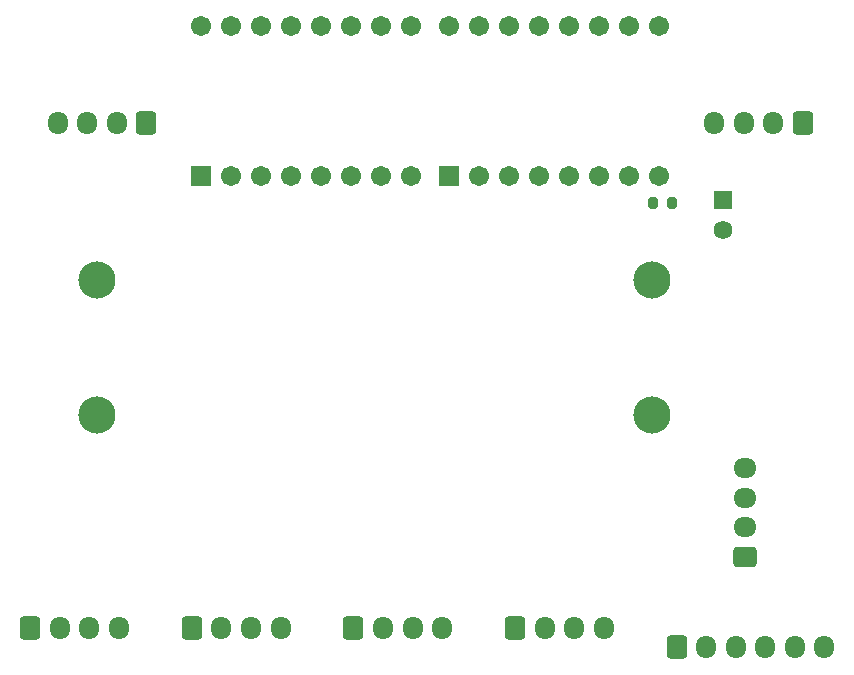
<source format=gbr>
%TF.GenerationSoftware,KiCad,Pcbnew,7.0.8*%
%TF.CreationDate,2024-06-04T12:59:23+12:00*%
%TF.ProjectId,FYP_P2_1,4659505f-5032-45f3-912e-6b696361645f,rev?*%
%TF.SameCoordinates,Original*%
%TF.FileFunction,Soldermask,Bot*%
%TF.FilePolarity,Negative*%
%FSLAX46Y46*%
G04 Gerber Fmt 4.6, Leading zero omitted, Abs format (unit mm)*
G04 Created by KiCad (PCBNEW 7.0.8) date 2024-06-04 12:59:23*
%MOMM*%
%LPD*%
G01*
G04 APERTURE LIST*
G04 Aperture macros list*
%AMRoundRect*
0 Rectangle with rounded corners*
0 $1 Rounding radius*
0 $2 $3 $4 $5 $6 $7 $8 $9 X,Y pos of 4 corners*
0 Add a 4 corners polygon primitive as box body*
4,1,4,$2,$3,$4,$5,$6,$7,$8,$9,$2,$3,0*
0 Add four circle primitives for the rounded corners*
1,1,$1+$1,$2,$3*
1,1,$1+$1,$4,$5*
1,1,$1+$1,$6,$7*
1,1,$1+$1,$8,$9*
0 Add four rect primitives between the rounded corners*
20,1,$1+$1,$2,$3,$4,$5,0*
20,1,$1+$1,$4,$5,$6,$7,0*
20,1,$1+$1,$6,$7,$8,$9,0*
20,1,$1+$1,$8,$9,$2,$3,0*%
G04 Aperture macros list end*
%ADD10RoundRect,0.250000X-0.600000X-0.725000X0.600000X-0.725000X0.600000X0.725000X-0.600000X0.725000X0*%
%ADD11O,1.700000X1.950000*%
%ADD12C,3.150000*%
%ADD13R,1.590000X1.590000*%
%ADD14C,1.590000*%
%ADD15RoundRect,0.102000X0.754000X-0.754000X0.754000X0.754000X-0.754000X0.754000X-0.754000X-0.754000X0*%
%ADD16C,1.712000*%
%ADD17RoundRect,0.250000X0.725000X-0.600000X0.725000X0.600000X-0.725000X0.600000X-0.725000X-0.600000X0*%
%ADD18O,1.950000X1.700000*%
%ADD19RoundRect,0.250000X0.600000X0.725000X-0.600000X0.725000X-0.600000X-0.725000X0.600000X-0.725000X0*%
%ADD20RoundRect,0.200000X-0.200000X-0.275000X0.200000X-0.275000X0.200000X0.275000X-0.200000X0.275000X0*%
G04 APERTURE END LIST*
D10*
%TO.C,J6*%
X121980000Y-105552000D03*
D11*
X124480000Y-105552000D03*
X126980000Y-105552000D03*
X129480000Y-105552000D03*
%TD*%
D10*
%TO.C,J2*%
X163012500Y-105570000D03*
D11*
X165512500Y-105570000D03*
X168012500Y-105570000D03*
X170512500Y-105570000D03*
%TD*%
D10*
%TO.C,J1*%
X149335000Y-105516000D03*
D11*
X151835000Y-105516000D03*
X154335000Y-105516000D03*
X156835000Y-105516000D03*
%TD*%
D12*
%TO.C,U1*%
X127600000Y-87488000D03*
X127600000Y-76088000D03*
X174600000Y-87488000D03*
X174600000Y-76088000D03*
%TD*%
D13*
%TO.C,J9*%
X180605001Y-69348350D03*
D14*
X180605001Y-71888350D03*
%TD*%
D10*
%TO.C,J8*%
X176690000Y-107188000D03*
D11*
X179190000Y-107188000D03*
X181690000Y-107188000D03*
X184190000Y-107188000D03*
X186690000Y-107188000D03*
X189190000Y-107188000D03*
%TD*%
D15*
%TO.C,TMC1*%
X136444666Y-67310000D03*
D16*
X138984666Y-67310000D03*
X141524666Y-67310000D03*
X144064666Y-67310000D03*
X146604666Y-67310000D03*
X149144666Y-67310000D03*
X151684666Y-67310000D03*
X154224666Y-67310000D03*
X136444666Y-54610000D03*
X138984666Y-54610000D03*
X141524666Y-54610000D03*
X144064666Y-54610000D03*
X146604666Y-54610000D03*
X149144666Y-54610000D03*
X151684666Y-54610000D03*
X154224666Y-54610000D03*
%TD*%
D17*
%TO.C,J10*%
X182478000Y-99500000D03*
D18*
X182478000Y-97000000D03*
X182478000Y-94500000D03*
X182478000Y-92000000D03*
%TD*%
D19*
%TO.C,J4*%
X131786000Y-62790000D03*
D11*
X129286000Y-62790000D03*
X126786000Y-62790000D03*
X124286000Y-62790000D03*
%TD*%
D19*
%TO.C,J3*%
X187392000Y-62790000D03*
D11*
X184892000Y-62790000D03*
X182392000Y-62790000D03*
X179892000Y-62790000D03*
%TD*%
D10*
%TO.C,J5*%
X135657500Y-105534000D03*
D11*
X138157500Y-105534000D03*
X140657500Y-105534000D03*
X143157500Y-105534000D03*
%TD*%
D16*
%TO.C,TMC2*%
X175233332Y-54610000D03*
X172693332Y-54610000D03*
X170153332Y-54610000D03*
X167613332Y-54610000D03*
X165073332Y-54610000D03*
X162533332Y-54610000D03*
X159993332Y-54610000D03*
X157453332Y-54610000D03*
X175233332Y-67310000D03*
X172693332Y-67310000D03*
X170153332Y-67310000D03*
X167613332Y-67310000D03*
X165073332Y-67310000D03*
X162533332Y-67310000D03*
X159993332Y-67310000D03*
D15*
X157453332Y-67310000D03*
%TD*%
D20*
%TO.C,R7*%
X174689000Y-69596000D03*
X176339000Y-69596000D03*
%TD*%
M02*

</source>
